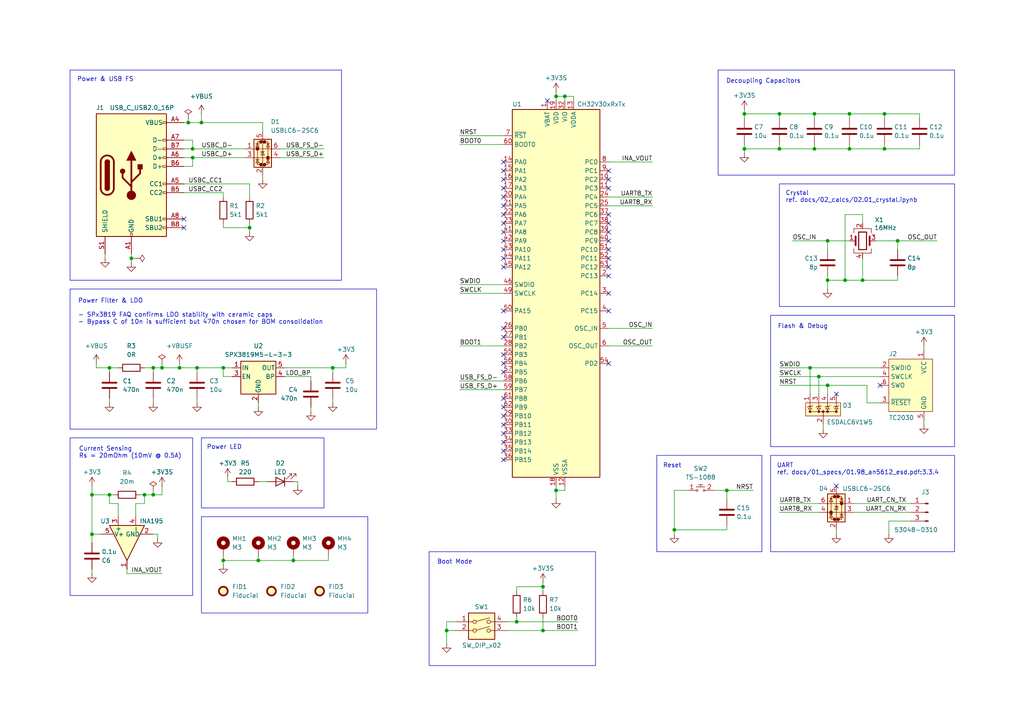
<source format=kicad_sch>
(kicad_sch (version 20250114) (generator "eeschema") (generator_version "9.0")
  (paper "A4")
  (title_block (title "CH32 Baseboard") (date "2025-11-09") (rev "A"))
  (rectangle (start 58.42 149.86) (end 106.68 177.8))
  (rectangle (start 223.52 91.44) (end 276.86 129.54))
  (rectangle (start 190.5 132.08) (end 220.98 160.02))
  (rectangle (start 223.52 132.08) (end 276.86 160.02))
  (rectangle (start 20.32 83.82) (end 109.22 124.46))
  (rectangle (start 20.32 127) (end 55.88 172.72))
  (rectangle (start 20.32 20.32) (end 99.06 81.28))
  (rectangle (start 208.28 20.32) (end 276.86 50.8))
  (rectangle (start 124.46 160.02) (end 172.72 193.04))
  (rectangle (start 226.06 53.34) (end 276.86 88.9))
  (rectangle (start 58.42 127) (end 93.98 147.32))
  (text "UART\nref. docs/01_specs/01.98_an5612_esd.pdf:3.3.4" (at 225.298 134.366 0) (effects (font (size 1.27 1.27)) (justify left top)))
  (text "Current Sensing\nRs = 20mOhm (10mV @ 0.5A)" (at 22.86 129.54 0) (effects (font (size 1.27 1.27)) (justify left top)))
  (text "Reset" (at 192.278 134.366 0) (effects (font (size 1.27 1.27)) (justify left top)))
  (text "Crystal\nref. docs/02_calcs/02.01_crystal.ipynb" (at 227.838 55.372 0) (effects (font (size 1.27 1.27)) (justify left top)))
  (text "Power & USB FS" (at 22.352 22.352 0) (effects (font (size 1.27 1.27)) (justify left top)))
  (text "Decoupling Capacitors" (at 210.566 22.86 0) (effects (font (size 1.27 1.27)) (justify left top)))
  (text "Power LED" (at 59.944 129.032 0) (effects (font (size 1.27 1.27)) (justify left top)))
  (text "Boot Mode" (at 126.746 162.306 0) (effects (font (size 1.27 1.27)) (justify left top)))
  (text "Flash & Debug" (at 225.552 93.98 0) (effects (font (size 1.27 1.27)) (justify left top)))
  (text "Power Filter & LDO\n\n- SPx3819 FAQ confirms LDO stability with ceramic caps\n- Bypass C of 10n is sufficient but 470n chosen for BOM consolidation" (at 22.606 86.614 0) (effects (font (size 1.27 1.27)) (justify left top)))
  (junction (at 246.38 33.02))
  (junction (at 240.03 81.28))
  (junction (at 240.03 111.76))
  (junction (at 256.54 43.18))
  (junction (at 226.06 33.02))
  (junction (at 64.77 162.56))
  (junction (at 129.54 182.88))
  (junction (at 236.22 43.18))
  (junction (at 256.54 33.02))
  (junction (at 85.09 162.56))
  (junction (at 44.45 143.51))
  (junction (at 234.95 106.68))
  (junction (at 31.75 143.51))
  (junction (at 31.75 106.68))
  (junction (at 240.03 69.85))
  (junction (at 149.86 180.34))
  (junction (at 237.49 109.22))
  (junction (at 44.45 106.68))
  (junction (at 41.91 143.51))
  (junction (at 64.77 106.68))
  (junction (at 226.06 43.18))
  (junction (at 58.42 35.56))
  (junction (at 161.29 27.94))
  (junction (at 163.83 27.94))
  (junction (at 215.9 33.02))
  (junction (at 74.93 162.56))
  (junction (at 260.35 69.85))
  (junction (at 38.1 74.93))
  (junction (at 210.82 142.24))
  (junction (at 161.29 142.24))
  (junction (at 157.48 182.88))
  (junction (at 246.38 43.18))
  (junction (at 157.48 170.18))
  (junction (at 54.61 35.56))
  (junction (at 46.99 106.68))
  (junction (at 57.15 106.68))
  (junction (at 236.22 33.02))
  (junction (at 250.19 81.28))
  (junction (at 72.39 66.04))
  (junction (at 195.58 153.67))
  (junction (at 52.07 106.68))
  (junction (at 26.67 143.51))
  (junction (at 26.67 154.94))
  (junction (at 245.11 81.28))
  (junction (at 215.9 43.18))
  (junction (at 55.88 45.72))
  (junction (at 96.52 106.68))
  (junction (at 55.88 43.18))
  (no_connect (at 53.34 66.04))
  (no_connect (at 176.53 54.61))
  (no_connect (at 176.53 67.31))
  (no_connect (at 158.75 29.21))
  (no_connect (at 146.05 107.95))
  (no_connect (at 146.05 105.41))
  (no_connect (at 176.53 72.39))
  (no_connect (at 176.53 90.17))
  (no_connect (at 176.53 69.85))
  (no_connect (at 176.53 105.41))
  (no_connect (at 146.05 67.31))
  (no_connect (at 146.05 57.15))
  (no_connect (at 146.05 120.65))
  (no_connect (at 242.57 114.3))
  (no_connect (at 146.05 133.35))
  (no_connect (at 146.05 123.19))
  (no_connect (at 146.05 128.27))
  (no_connect (at 242.57 140.97))
  (no_connect (at 146.05 49.53))
  (no_connect (at 146.05 102.87))
  (no_connect (at 146.05 62.23))
  (no_connect (at 53.34 63.5))
  (no_connect (at 146.05 118.11))
  (no_connect (at 255.27 111.76))
  (no_connect (at 176.53 74.93))
  (no_connect (at 146.05 77.47))
  (no_connect (at 146.05 69.85))
  (no_connect (at 176.53 77.47))
  (no_connect (at 146.05 59.69))
  (no_connect (at 146.05 64.77))
  (no_connect (at 146.05 125.73))
  (no_connect (at 176.53 80.01))
  (no_connect (at 146.05 74.93))
  (no_connect (at 146.05 130.81))
  (no_connect (at 146.05 72.39))
  (no_connect (at 176.53 85.09))
  (no_connect (at 146.05 95.25))
  (no_connect (at 146.05 90.17))
  (no_connect (at 146.05 97.79))
  (no_connect (at 146.05 52.07))
  (no_connect (at 176.53 62.23))
  (no_connect (at 176.53 49.53))
  (no_connect (at 176.53 52.07))
  (no_connect (at 146.05 46.99))
  (no_connect (at 176.53 64.77))
  (no_connect (at 146.05 54.61))
  (no_connect (at 146.05 115.57))
  (wire (pts (xy 39.37 149.86) (xy 39.37 146.05)))
  (wire (pts (xy 100.33 105.41) (xy 100.33 106.68)))
  (wire (pts (xy 31.75 106.68) (xy 31.75 107.95)))
  (wire (pts (xy 82.55 106.68) (xy 96.52 106.68)))
  (wire (pts (xy 260.35 69.85) (xy 271.78 69.85)))
  (wire (pts (xy 266.7 41.91) (xy 266.7 43.18)))
  (wire (pts (xy 54.61 35.56) (xy 58.42 35.56)))
  (wire (pts (xy 55.88 40.64) (xy 55.88 43.18)))
  (wire (pts (xy 38.1 74.93) (xy 38.1 76.2)))
  (wire (pts (xy 237.49 109.22) (xy 237.49 114.3)))
  (wire (pts (xy 41.91 143.51) (xy 44.45 143.51)))
  (wire (pts (xy 161.29 140.97) (xy 161.29 142.24)))
  (wire (pts (xy 72.39 66.04) (xy 72.39 67.31)))
  (wire (pts (xy 90.17 109.22) (xy 90.17 110.49)))
  (wire (pts (xy 64.77 161.29) (xy 64.77 162.56)))
  (wire (pts (xy 236.22 43.18) (xy 226.06 43.18)))
  (wire (pts (xy 76.2 38.1) (xy 76.2 35.56)))
  (wire (pts (xy 149.86 171.45) (xy 149.86 170.18)))
  (wire (pts (xy 215.9 31.75) (xy 215.9 33.02)))
  (wire (pts (xy 46.99 143.51) (xy 46.99 140.97)))
  (wire (pts (xy 96.52 106.68) (xy 100.33 106.68)))
  (wire (pts (xy 267.97 100.33) (xy 267.97 101.6)))
  (wire (pts (xy 256.54 41.91) (xy 256.54 43.18)))
  (wire (pts (xy 34.29 146.05) (xy 31.75 146.05)))
  (wire (pts (xy 166.37 27.94) (xy 163.83 27.94)))
  (wire (pts (xy 147.32 182.88) (xy 157.48 182.88)))
  (wire (pts (xy 236.22 41.91) (xy 236.22 43.18)))
  (wire (pts (xy 86.36 139.7) (xy 86.36 140.97)))
  (wire (pts (xy 267.97 121.92) (xy 267.97 123.19)))
  (wire (pts (xy 195.58 142.24) (xy 199.39 142.24)))
  (wire (pts (xy 58.42 33.02) (xy 58.42 35.56)))
  (wire (pts (xy 234.95 106.68) (xy 234.95 114.3)))
  (wire (pts (xy 247.65 148.59) (xy 264.16 148.59)))
  (wire (pts (xy 129.54 180.34) (xy 129.54 182.88)))
  (wire (pts (xy 226.06 33.02) (xy 215.9 33.02)))
  (wire (pts (xy 161.29 27.94) (xy 161.29 29.21)))
  (wire (pts (xy 163.83 27.94) (xy 161.29 27.94)))
  (wire (pts (xy 133.35 113.03) (xy 146.05 113.03)))
  (wire (pts (xy 53.34 40.64) (xy 55.88 40.64)))
  (wire (pts (xy 215.9 43.18) (xy 226.06 43.18)))
  (wire (pts (xy 157.48 168.91) (xy 157.48 170.18)))
  (wire (pts (xy 247.65 146.05) (xy 264.16 146.05)))
  (wire (pts (xy 64.77 55.88) (xy 64.77 57.15)))
  (wire (pts (xy 226.06 146.05) (xy 237.49 146.05)))
  (wire (pts (xy 256.54 34.29) (xy 256.54 33.02)))
  (wire (pts (xy 132.08 180.34) (xy 129.54 180.34)))
  (wire (pts (xy 39.37 146.05) (xy 41.91 146.05)))
  (wire (pts (xy 210.82 144.78) (xy 210.82 142.24)))
  (wire (pts (xy 256.54 33.02) (xy 246.38 33.02)))
  (wire (pts (xy 240.03 69.85) (xy 246.38 69.85)))
  (wire (pts (xy 44.45 143.51) (xy 46.99 143.51)))
  (wire (pts (xy 250.19 62.23) (xy 245.11 62.23)))
  (wire (pts (xy 251.46 111.76) (xy 251.46 116.84)))
  (wire (pts (xy 149.86 170.18) (xy 157.48 170.18)))
  (wire (pts (xy 67.31 139.7) (xy 66.04 139.7)))
  (wire (pts (xy 226.06 33.02) (xy 226.06 34.29)))
  (wire (pts (xy 64.77 64.77) (xy 64.77 66.04)))
  (wire (pts (xy 149.86 180.34) (xy 167.64 180.34)))
  (wire (pts (xy 82.55 109.22) (xy 90.17 109.22)))
  (wire (pts (xy 66.04 139.7) (xy 66.04 138.43)))
  (wire (pts (xy 81.28 45.72) (xy 93.98 45.72)))
  (wire (pts (xy 133.35 100.33) (xy 146.05 100.33)))
  (wire (pts (xy 133.35 39.37) (xy 146.05 39.37)))
  (wire (pts (xy 46.99 106.68) (xy 52.07 106.68)))
  (wire (pts (xy 237.49 109.22) (xy 255.27 109.22)))
  (wire (pts (xy 30.48 73.66) (xy 30.48 74.93)))
  (wire (pts (xy 26.67 157.48) (xy 26.67 154.94)))
  (wire (pts (xy 41.91 146.05) (xy 41.91 143.51)))
  (wire (pts (xy 133.35 41.91) (xy 146.05 41.91)))
  (wire (pts (xy 215.9 41.91) (xy 215.9 43.18)))
  (wire (pts (xy 85.09 161.29) (xy 85.09 162.56)))
  (wire (pts (xy 251.46 116.84) (xy 255.27 116.84)))
  (wire (pts (xy 240.03 69.85) (xy 240.03 72.39)))
  (wire (pts (xy 31.75 115.57) (xy 31.75 116.84)))
  (wire (pts (xy 74.93 139.7) (xy 77.47 139.7)))
  (wire (pts (xy 149.86 180.34) (xy 147.32 180.34)))
  (wire (pts (xy 250.19 81.28) (xy 245.11 81.28)))
  (wire (pts (xy 46.99 105.41) (xy 46.99 106.68)))
  (wire (pts (xy 250.19 74.93) (xy 250.19 81.28)))
  (wire (pts (xy 31.75 146.05) (xy 31.75 143.51)))
  (wire (pts (xy 96.52 106.68) (xy 96.52 107.95)))
  (wire (pts (xy 226.06 111.76) (xy 240.03 111.76)))
  (wire (pts (xy 157.48 182.88) (xy 167.64 182.88)))
  (wire (pts (xy 163.83 29.21) (xy 163.83 27.94)))
  (wire (pts (xy 64.77 66.04) (xy 72.39 66.04)))
  (wire (pts (xy 53.34 48.26) (xy 55.88 48.26)))
  (wire (pts (xy 257.81 151.13) (xy 264.16 151.13)))
  (wire (pts (xy 210.82 142.24) (xy 218.44 142.24)))
  (wire (pts (xy 57.15 106.68) (xy 64.77 106.68)))
  (wire (pts (xy 133.35 85.09) (xy 146.05 85.09)))
  (wire (pts (xy 176.53 100.33) (xy 189.23 100.33)))
  (wire (pts (xy 240.03 81.28) (xy 240.03 83.82)))
  (wire (pts (xy 207.01 142.24) (xy 210.82 142.24)))
  (wire (pts (xy 44.45 106.68) (xy 44.45 107.95)))
  (wire (pts (xy 240.03 111.76) (xy 251.46 111.76)))
  (wire (pts (xy 240.03 80.01) (xy 240.03 81.28)))
  (wire (pts (xy 74.93 161.29) (xy 74.93 162.56)))
  (wire (pts (xy 129.54 182.88) (xy 132.08 182.88)))
  (wire (pts (xy 95.25 161.29) (xy 95.25 162.56)))
  (wire (pts (xy 245.11 62.23) (xy 245.11 81.28)))
  (wire (pts (xy 157.48 170.18) (xy 157.48 171.45)))
  (wire (pts (xy 34.29 149.86) (xy 34.29 146.05)))
  (wire (pts (xy 36.83 166.37) (xy 46.99 166.37)))
  (wire (pts (xy 229.87 69.85) (xy 240.03 69.85)))
  (wire (pts (xy 55.88 48.26) (xy 55.88 45.72)))
  (wire (pts (xy 266.7 43.18) (xy 256.54 43.18)))
  (wire (pts (xy 176.53 57.15) (xy 189.23 57.15)))
  (wire (pts (xy 260.35 81.28) (xy 250.19 81.28)))
  (wire (pts (xy 246.38 34.29) (xy 246.38 33.02)))
  (wire (pts (xy 26.67 154.94) (xy 29.21 154.94)))
  (wire (pts (xy 246.38 43.18) (xy 236.22 43.18)))
  (wire (pts (xy 64.77 109.22) (xy 64.77 106.68)))
  (wire (pts (xy 250.19 64.77) (xy 250.19 62.23)))
  (wire (pts (xy 176.53 59.69) (xy 189.23 59.69)))
  (wire (pts (xy 27.94 106.68) (xy 31.75 106.68)))
  (wire (pts (xy 85.09 162.56) (xy 95.25 162.56)))
  (wire (pts (xy 52.07 106.68) (xy 57.15 106.68)))
  (wire (pts (xy 215.9 43.18) (xy 215.9 44.45)))
  (wire (pts (xy 238.76 123.19) (xy 238.76 124.46)))
  (wire (pts (xy 133.35 82.55) (xy 146.05 82.55)))
  (wire (pts (xy 246.38 41.91) (xy 246.38 43.18)))
  (wire (pts (xy 38.1 74.93) (xy 39.37 74.93)))
  (wire (pts (xy 176.53 46.99) (xy 189.23 46.99)))
  (wire (pts (xy 234.95 106.68) (xy 255.27 106.68)))
  (wire (pts (xy 40.64 143.51) (xy 41.91 143.51)))
  (wire (pts (xy 44.45 106.68) (xy 46.99 106.68)))
  (wire (pts (xy 226.06 106.68) (xy 234.95 106.68)))
  (wire (pts (xy 44.45 115.57) (xy 44.45 116.84)))
  (wire (pts (xy 55.88 45.72) (xy 71.12 45.72)))
  (wire (pts (xy 226.06 109.22) (xy 237.49 109.22)))
  (wire (pts (xy 157.48 182.88) (xy 157.48 179.07)))
  (wire (pts (xy 85.09 139.7) (xy 86.36 139.7)))
  (wire (pts (xy 27.94 105.41) (xy 27.94 106.68)))
  (wire (pts (xy 161.29 142.24) (xy 161.29 144.78)))
  (wire (pts (xy 64.77 106.68) (xy 67.31 106.68)))
  (wire (pts (xy 64.77 162.56) (xy 64.77 163.83)))
  (wire (pts (xy 195.58 153.67) (xy 210.82 153.67)))
  (wire (pts (xy 57.15 107.95) (xy 57.15 106.68)))
  (wire (pts (xy 26.67 143.51) (xy 31.75 143.51)))
  (wire (pts (xy 44.45 154.94) (xy 45.72 154.94)))
  (wire (pts (xy 57.15 115.57) (xy 57.15 116.84)))
  (wire (pts (xy 260.35 69.85) (xy 260.35 72.39)))
  (wire (pts (xy 242.57 153.67) (xy 242.57 154.94)))
  (wire (pts (xy 53.34 55.88) (xy 64.77 55.88)))
  (wire (pts (xy 245.11 81.28) (xy 240.03 81.28)))
  (wire (pts (xy 74.93 116.84) (xy 74.93 118.11)))
  (wire (pts (xy 260.35 80.01) (xy 260.35 81.28)))
  (wire (pts (xy 163.83 142.24) (xy 161.29 142.24)))
  (wire (pts (xy 240.03 111.76) (xy 240.03 114.3)))
  (wire (pts (xy 55.88 43.18) (xy 71.12 43.18)))
  (wire (pts (xy 74.93 162.56) (xy 85.09 162.56)))
  (wire (pts (xy 41.91 106.68) (xy 44.45 106.68)))
  (wire (pts (xy 166.37 29.21) (xy 166.37 27.94)))
  (wire (pts (xy 38.1 73.66) (xy 38.1 74.93)))
  (wire (pts (xy 52.07 105.41) (xy 52.07 106.68)))
  (wire (pts (xy 55.88 45.72) (xy 53.34 45.72)))
  (wire (pts (xy 215.9 33.02) (xy 215.9 34.29)))
  (wire (pts (xy 64.77 162.56) (xy 74.93 162.56)))
  (wire (pts (xy 36.83 165.1) (xy 36.83 166.37)))
  (wire (pts (xy 246.38 33.02) (xy 236.22 33.02)))
  (wire (pts (xy 266.7 33.02) (xy 256.54 33.02)))
  (wire (pts (xy 54.61 34.29) (xy 54.61 35.56)))
  (wire (pts (xy 133.35 110.49) (xy 146.05 110.49)))
  (wire (pts (xy 45.72 154.94) (xy 45.72 156.21)))
  (wire (pts (xy 90.17 118.11) (xy 90.17 119.38)))
  (wire (pts (xy 149.86 179.07) (xy 149.86 180.34)))
  (wire (pts (xy 44.45 142.24) (xy 44.45 143.51)))
  (wire (pts (xy 257.81 154.94) (xy 257.81 151.13)))
  (wire (pts (xy 53.34 53.34) (xy 72.39 53.34)))
  (wire (pts (xy 129.54 186.69) (xy 129.54 182.88)))
  (wire (pts (xy 195.58 142.24) (xy 195.58 153.67)))
  (wire (pts (xy 67.31 109.22) (xy 64.77 109.22)))
  (wire (pts (xy 226.06 41.91) (xy 226.06 43.18)))
  (wire (pts (xy 195.58 153.67) (xy 195.58 154.94)))
  (wire (pts (xy 76.2 50.8) (xy 76.2 52.07)))
  (wire (pts (xy 55.88 43.18) (xy 53.34 43.18)))
  (wire (pts (xy 236.22 33.02) (xy 226.06 33.02)))
  (wire (pts (xy 26.67 165.1) (xy 26.67 166.37)))
  (wire (pts (xy 81.28 43.18) (xy 93.98 43.18)))
  (wire (pts (xy 26.67 143.51) (xy 26.67 154.94)))
  (wire (pts (xy 236.22 34.29) (xy 236.22 33.02)))
  (wire (pts (xy 266.7 34.29) (xy 266.7 33.02)))
  (wire (pts (xy 163.83 140.97) (xy 163.83 142.24)))
  (wire (pts (xy 161.29 26.67) (xy 161.29 27.94)))
  (wire (pts (xy 260.35 69.85) (xy 254 69.85)))
  (wire (pts (xy 26.67 140.97) (xy 26.67 143.51)))
  (wire (pts (xy 58.42 35.56) (xy 76.2 35.56)))
  (wire (pts (xy 72.39 53.34) (xy 72.39 57.15)))
  (wire (pts (xy 96.52 115.57) (xy 96.52 116.84)))
  (wire (pts (xy 226.06 148.59) (xy 237.49 148.59)))
  (wire (pts (xy 53.34 35.56) (xy 54.61 35.56)))
  (wire (pts (xy 34.29 106.68) (xy 31.75 106.68)))
  (wire (pts (xy 31.75 143.51) (xy 33.02 143.51)))
  (wire (pts (xy 256.54 43.18) (xy 246.38 43.18)))
  (wire (pts (xy 210.82 153.67) (xy 210.82 152.4)))
  (wire (pts (xy 176.53 95.25) (xy 189.23 95.25)))
  (wire (pts (xy 72.39 64.77) (xy 72.39 66.04)))
  (label "UART8_RX" (at 189.23 59.69 180))
  (label "USBC_D+" (at 58.42 45.72 0))
  (label "BOOT1" (at 167.64 182.88 180))
  (label "OSC_IN" (at 189.23 95.25 180))
  (label "UART_CN_RX" (at 262.89 148.59 180))
  (label "UART8_RX" (at 226.06 148.59 0))
  (label "USB_FS_D+" (at 133.35 113.03 0))
  (label "LDO_BP" (at 90.17 109.22 180))
  (label "USBC_CC2" (at 54.61 55.88 0))
  (label "UART8_TX" (at 226.06 146.05 0))
  (label "USB_FS_D+" (at 93.98 45.72 180))
  (label "NRST" (at 218.44 142.24 180))
  (label "BOOT0" (at 167.64 180.34 180))
  (label "UART8_TX" (at 189.23 57.15 180))
  (label "OSC_IN" (at 229.87 69.85 0))
  (label "USB_FS_D-" (at 133.35 110.49 0))
  (label "INA_VOUT" (at 46.99 166.37 180))
  (label "SWCLK" (at 226.06 109.22 0))
  (label "NRST" (at 226.06 111.76 0))
  (label "USBC_D-" (at 58.42 43.18 0))
  (label "SWDIO" (at 133.35 82.55 0))
  (label "INA_VOUT" (at 189.23 46.99 180))
  (label "SWDIO" (at 226.06 106.68 0))
  (label "USB_FS_D-" (at 93.98 43.18 180))
  (label "BOOT1" (at 133.35 100.33 0))
  (label "USBC_CC1" (at 54.61 53.34 0))
  (label "UART_CN_TX" (at 262.89 146.05 180))
  (label "SWCLK" (at 133.35 85.09 0))
  (label "OSC_OUT" (at 271.78 69.85 180))
  (label "NRST" (at 133.35 39.37 0))
  (label "BOOT0" (at 133.35 41.91 0))
  (label "OSC_OUT" (at 189.23 100.33 180))
  (symbol (lib_id "power:GND") (at 240.03 83.82 0) (unit 1)
    (property "Reference" "#PWR08" (effects (hide yes)))
    (property "Value" "GND" (effects (hide yes)))
    (property "Description" "Power symbol creates a global label with name \"GND\" , ground" (effects (hide yes)))
  )
  (symbol (lib_id "power:GND") (at 72.39 67.31 0) (mirror y) (unit 1)
    (property "Reference" "#PWR023" (effects (hide yes)))
    (property "Value" "GND" (effects (hide yes)))
    (property "Description" "Power symbol creates a global label with name \"GND\" , ground" (effects (hide yes)))
  )
  (symbol (lib_id "power:+3V3") (at 100.33 105.41 0) (unit 1)
    (property "Reference" "#PWR018" (effects (hide yes)))
    (property "Value" "+3V3" (at 100.33 101.346 0))
    (property "Description" "Power symbol creates a global label with name \"+3V3\"" (effects (hide yes)))
  )
  (symbol (lib_id "Device:C") (at 90.17 114.3 0) (mirror y) (unit 1)
    (property "Reference" "C4" (at 86.36 113.0299 0) (effects (justify left)))
    (property "Value" "470n" (at 86.36 115.5699 0) (effects (justify left)))
    (property "Footprint" "Capacitor_SMD:C_0603_1608Metric" (effects (hide yes)))
    (property "Datasheet" "https://jlcpcb.com/api/file/downloadByFileSystemAccessId/8579707013305327616" (effects (hide yes)))
    (property "Description" "25V 470nF X7R ±10% 0603 Multilayer Ceramic Capacitors MLCC - SMD/SMT ROHS" (effects (hide yes)))
    (property "Manufacturer" "Samsung Electro-Mechanics" (effects (hide yes)))
    (property "Manufacturer Part Number" "CL10B474KA8NNNC" (effects (hide yes)))
  )
  (symbol (lib_id "power:GND") (at 76.2 52.07 0) (mirror y) (unit 1)
    (property "Reference" "#PWR09" (effects (hide yes)))
    (property "Value" "GND" (effects (hide yes)))
    (property "Description" "Power symbol creates a global label with name \"GND\" , ground" (effects (hide yes)))
  )
  (symbol (lib_id "power:GND") (at 74.93 118.11 0) (unit 1)
    (property "Reference" "#PWR016" (effects (hide yes)))
    (property "Value" "GND" (effects (hide yes)))
    (property "Description" "Power symbol creates a global label with name \"GND\" , ground" (effects (hide yes)))
  )
  (symbol (lib_id "Connector:Conn_01x03_Pin") (at 269.24 148.59 0) (mirror y) (unit 1)
    (property "Reference" "J3" (at 267.208 142.748 0) (effects (justify right)))
    (property "Value" "53048-0310" (at 259.334 153.67 0) (effects (justify right)))
    (property "Footprint" "Connector_Molex:Molex_PicoBlade_53048-0310_1x03_P1.25mm_Horizontal" (effects (hide yes)))
    (property "Description" "-40℃~+85℃ 1 1.25mm 125V 1A 1x3P 3 3.5mm 3P 5.5mm 5.5mm PA Phosphor Bronze PicoBlade(MX 1.25) Right Angle Tin UL94V-0 White Push-Pull,P=1.25mm Wire To Board Connector ROHS" (effects (hide yes)))
    (property "Manufacturer" "MOLEX" (effects (hide yes)))
    (property "JLCPCB Part Number" "530480310" (effects (hide yes)))
  )
  (symbol (lib_id "Device:C") (at 236.22 38.1 0) (unit 1)
    (property "Reference" "C9" (at 239.014 36.83 0) (effects (justify left)))
    (property "Value" "0.1u" (at 239.014 39.37 0) (effects (justify left)))
    (property "Footprint" "Capacitor_SMD:C_0402_1005Metric" (effects (hide yes)))
    (property "Description" "100nF 16V X7R ±10% 0402 Multilayer Ceramic Capacitors MLCC - SMD/SMT ROHS" (effects (hide yes)))
    (property "Manufacturer" "Samsung" (effects (hide yes)))
    (property "Manufacturer Part Number" "CL05B104KO5NNNC" (effects (hide yes)))
  )
  (symbol (lib_id "Device:C") (at 96.52 111.76 0) (unit 1)
    (property "Reference" "C5" (at 100.076 110.49 0) (effects (justify left)))
    (property "Value" "10u" (at 100.076 113.03 0) (effects (justify left)))
    (property "Footprint" "Capacitor_SMD:C_0805_2012Metric" (effects (hide yes)))
    (property "Description" "10uF 25V X5R ±10% 0805 Multilayer Ceramic Capacitors MLCC - SMD/SMT ROHS" (effects (hide yes)))
    (property "Manufacturer" "Samsung" (effects (hide yes)))
    (property "Manufacturer Part Number" "CL21A106KAYNNNE" (effects (hide yes)))
  )
  (symbol (lib_id "power:GND") (at 86.36 140.97 0) (unit 1)
    (property "Reference" "#PWR033" (effects (hide yes)))
    (property "Value" "GND" (effects (hide yes)))
    (property "Description" "Power symbol creates a global label with name \"GND\" , ground" (effects (hide yes)))
  )
  (symbol (lib_id "power:GND") (at 238.76 124.46 0) (mirror y) (unit 1)
    (property "Reference" "#PWR026" (effects (hide yes)))
    (property "Value" "GND" (effects (hide yes)))
    (property "Description" "Power symbol creates a global label with name \"GND\" , ground" (effects (hide yes)))
  )
  (symbol (lib_id "Device:C") (at 26.67 161.29 0) (mirror x) (unit 1)
    (property "Reference" "C6" (at 29.464 162.56 0) (effects (justify left)))
    (property "Value" "0.1u" (at 29.464 160.02 0) (effects (justify left)))
    (property "Footprint" "Capacitor_SMD:C_0402_1005Metric" (effects (hide yes)))
    (property "Description" "100nF 16V X7R ±10% 0402 Multilayer Ceramic Capacitors MLCC - SMD/SMT ROHS" (effects (hide yes)))
    (property "Manufacturer" "Samsung" (effects (hide yes)))
    (property "Manufacturer Part Number" "CL05B104KO5NNNC" (effects (hide yes)))
  )
  (symbol (lib_id "ch32-baseboard-lib:ESDALC6V1W5") (at 233.68 116.84 0) (unit 1)
    (property "Reference" "D3" (at 244.348 117.602 0) (effects (justify left)))
    (property "Value" "ESDALC6V1W5" (at 239.776 122.428 0) (effects (justify left)))
    (property "Footprint" "ch32-baseboard-lib:SOT323-5L-STM" (effects (hide yes)))
    (property "Datasheet" "https://www.st.com/resource/en/datasheet/esdalc6v1w.pdf" (effects (hide yes)))
    (property "Description" "Quad TRANSIL™ array for data protection" (effects (hide yes)))
    (property "Manufacturer" "STMicroelectronics" (effects (hide yes)))
    (property "Manufacturer Part Number" "ESDALC6V1W5" (effects (hide yes)))
  )
  (symbol (lib_id "power:+3V3") (at 157.48 168.91 0) (unit 1)
    (property "Reference" "#PWR07" (effects (hide yes)))
    (property "Value" "+3V3S" (at 157.48 164.846 0))
    (property "Description" "Power symbol creates a global label with name \"+3V3\"" (effects (hide yes)))
  )
  (symbol (lib_id "Power_Protection:USBLC6-2SC6") (at 76.2 43.18 0) (unit 1)
    (property "Reference" "D1" (at 78.486 35.306 0) (effects (justify left)))
    (property "Value" "USBLC6-2SC6" (at 78.486 37.846 0) (effects (justify left)))
    (property "Footprint" "Package_TO_SOT_SMD:SOT-23-6" (effects (hide yes)))
    (property "Datasheet" "https://www.st.com/resource/en/datasheet/usblc6-2.pdf" (effects (hide yes)))
    (property "Description" "Very low capacitance ESD protection diode, 2 data-line, SOT-23-6" (effects (hide yes)))
  )
  (symbol (lib_id "Power_Protection:USBLC6-2SC6") (at 242.57 146.05 0) (mirror y) (unit 1)
    (property "Reference" "D4" (at 237.49 141.732 0) (effects (justify right)))
    (property "Value" "USBLC6-2SC6" (at 244.348 141.732 0) (effects (justify right)))
    (property "Footprint" "Package_TO_SOT_SMD:SOT-23-6" (effects (hide yes)))
    (property "Datasheet" "https://www.st.com/resource/en/datasheet/usblc6-2.pdf" (effects (hide yes)))
    (property "Description" "Very low capacitance ESD protection diode, 2 data-line, SOT-23-6" (effects (hide yes)))
  )
  (symbol (lib_id "power:GND") (at 195.58 154.94 0) (unit 1)
    (property "Reference" "#PWR05" (effects (hide yes)))
    (property "Value" "GND" (effects (hide yes)))
    (property "Description" "Power symbol creates a global label with name \"GND\" , ground" (effects (hide yes)))
  )
  (symbol (lib_id "power:GND") (at 161.29 144.78 0) (unit 1)
    (property "Reference" "#PWR01" (effects (hide yes)))
    (property "Value" "GND" (effects (hide yes)))
    (property "Description" "Power symbol creates a global label with name \"GND\" , ground" (effects (hide yes)))
  )
  (symbol (lib_id "Device:C") (at 246.38 38.1 0) (unit 1)
    (property "Reference" "C10" (at 249.174 36.83 0) (effects (justify left)))
    (property "Value" "0.1u" (at 249.174 39.37 0) (effects (justify left)))
    (property "Footprint" "Capacitor_SMD:C_0402_1005Metric" (effects (hide yes)))
    (property "Description" "100nF 16V X7R ±10% 0402 Multilayer Ceramic Capacitors MLCC - SMD/SMT ROHS" (effects (hide yes)))
    (property "Manufacturer" "Samsung" (effects (hide yes)))
    (property "Manufacturer Part Number" "CL05B104KO5NNNC" (effects (hide yes)))
  )
  (symbol (lib_id "Device:R") (at 149.86 175.26 0) (unit 1)
    (property "Reference" "R6" (at 151.638 173.99 0) (effects (justify left)))
    (property "Value" "10k" (at 151.638 176.53 0) (effects (justify left)))
    (property "Footprint" "Resistor_SMD:R_0603_1608Metric" (effects (hide yes)))
    (property "Datasheet" "https://jlcpcb.com/api/file/downloadByFileSystemAccessId/8579706381320323072" (effects (hide yes)))
    (property "Description" "-55℃~+155℃ 100mW 10kΩ 75V Thick Film Resistor ±1% ±100ppm/℃ 0603 Chip Resistor - Surface Mount ROHS" (effects (hide yes)))
    (property "Manufacturer" "UNI-ROYAL" (effects (hide yes)))
    (property "Manufacturer Part Number" "0603WAF1002T5E" (effects (hide yes)))
  )
  (symbol (lib_id "power:+3V3") (at 46.99 140.97 0) (unit 1)
    (property "Reference" "#PWR032" (effects (hide yes)))
    (property "Value" "+3V3S" (at 46.99 136.906 0))
    (property "Description" "Power symbol creates a global label with name \"+3V3\"" (effects (hide yes)))
  )
  (symbol (lib_id "power:GND") (at 215.9 44.45 0) (unit 1)
    (property "Reference" "#PWR03" (effects (hide yes)))
    (property "Value" "GND" (effects (hide yes)))
    (property "Description" "Power symbol creates a global label with name \"GND\" , ground" (effects (hide yes)))
  )
  (symbol (lib_id "power:GND") (at 96.52 116.84 0) (unit 1)
    (property "Reference" "#PWR015" (effects (hide yes)))
    (property "Value" "GND" (effects (hide yes)))
    (property "Description" "Power symbol creates a global label with name \"GND\" , ground" (effects (hide yes)))
  )
  (symbol (lib_id "power:PWR_FLAG") (at 44.45 142.24 0) (unit 1)
    (property "Reference" "#FLG04" (effects (hide yes)))
    (property "Value" "PWR_FLAG" (effects (hide yes)))
    (property "Description" "Special symbol for telling ERC where power comes from" (effects (hide yes)))
  )
  (symbol (lib_id "Connector:Conn_ARM_SWD_TagConnect_TC2030") (at 265.43 111.76 0) (mirror y) (unit 1) (in_bom no)
    (property "Reference" "J2" (at 257.81 102.616 0) (effects (justify right)))
    (property "Value" "TC2030" (at 257.81 121.158 0) (effects (justify right)))
    (property "Footprint" "Connector:Tag-Connect_TC2030-IDC-FP_2x03_P1.27mm_Vertical" (effects (hide yes)))
    (property "Datasheet" "https://www.tag-connect.com/wp-content/uploads/bsk-pdf-manager/TC2030-CTX_1.pdf" (effects (hide yes)))
    (property "Description" "Tag-Connect ARM Cortex SWD JTAG connector, 6 pin" (effects (hide yes)))
  )
  (symbol (lib_id "Device:Crystal_GND24") (at 250.19 69.85 0) (unit 1)
    (property "Reference" "X1" (at 255.016 63.754 0))
    (property "Value" "16MHz" (at 256.794 66.04 0))
    (property "Footprint" "Crystal:Crystal_SMD_3225-4Pin_3.2x2.5mm" (effects (hide yes)))
    (property "Datasheet" "https://jlcpcb.com/api/file/downloadByFileSystemAccessId/8588879072148017152" (effects (hide yes)))
    (property "Description" "-40℃~+85℃ 16MHz 9pF Crystal Oscillator ±10ppm ±20ppm SMD3225-4P Crystals ROHS" (effects (hide yes)))
    (property "Manufacturer" "YXC Crystal Oscillators" (effects (hide yes)))
    (property "Manufacturer Part Number" "X322516MLB4SI" (effects (hide yes)))
  )
  (symbol (lib_id "Device:C") (at 256.54 38.1 0) (unit 1)
    (property "Reference" "C11" (at 259.334 36.83 0) (effects (justify left)))
    (property "Value" "0.1u" (at 259.334 39.37 0) (effects (justify left)))
    (property "Footprint" "Capacitor_SMD:C_0402_1005Metric" (effects (hide yes)))
    (property "Description" "100nF 16V X7R ±10% 0402 Multilayer Ceramic Capacitors MLCC - SMD/SMT ROHS" (effects (hide yes)))
    (property "Manufacturer" "Samsung" (effects (hide yes)))
    (property "Manufacturer Part Number" "CL05B104KO5NNNC" (effects (hide yes)))
  )
  (symbol (lib_id "power:+3V3") (at 26.67 140.97 0) (unit 1)
    (property "Reference" "#PWR027" (effects (hide yes)))
    (property "Value" "+3V3" (at 26.67 136.906 0))
    (property "Description" "Power symbol creates a global label with name \"+3V3\"" (effects (hide yes)))
  )
  (symbol (lib_id "Mechanical:Fiducial") (at 64.77 171.45 0) (unit 1) (in_bom no)
    (property "Reference" "FID1" (at 67.31 170.1799 0) (effects (justify left)))
    (property "Value" "Fiducial" (at 67.31 172.7199 0) (effects (justify left)))
    (property "Footprint" "Fiducial:Fiducial_1mm_Mask2mm" (effects (hide yes)))
    (property "Description" "Fiducial Marker" (effects (hide yes)))
  )
  (symbol (lib_id "Device:R") (at 38.1 106.68 90) (unit 1)
    (property "Reference" "R3" (at 38.1 100.33 90))
    (property "Value" "0R" (at 38.1 102.87 90))
    (property "Footprint" "Resistor_SMD:R_0805_2012Metric_Pad1.20x1.40mm_HandSolder" (effects (hide yes)))
    (property "Description" "-55℃~+155℃ 0Ω 125mW 150V Thick Film Resistor ±1% ±800ppm/℃ 0805 Chip Resistor - Surface Mount ROHS" (effects (hide yes)))
    (property "Manufacturer" "UNI-ROYAL(Uniroyal Elec)" (effects (hide yes)))
    (property "Manufacturer Part Number" "0805W8F0000T5E" (effects (hide yes)))
  )
  (symbol (lib_id "Device:R") (at 36.83 143.51 90) (unit 1)
    (property "Reference" "R4" (at 36.83 137.16 90))
    (property "Value" "20m" (at 36.83 139.7 90))
    (property "Footprint" "Resistor_SMD:R_1206_3216Metric" (effects (hide yes)))
    (property "Datasheet" "https://jlcpcb.com/api/file/downloadByFileSystemAccessId/8588900428331290624" (effects (hide yes)))
    (property "Description" "1W 20mΩ SMD ±1% ±50ppm/℃ 1206 Current Sense Resistors / Shunt Resistors ROHS" (effects (hide yes)))
    (property "Manufacturer" "RALEC" (effects (hide yes)))
    (property "Manufacturer Part Number" "LR1206-21R020F4" (effects (hide yes)))
  )
  (symbol (lib_id "power:GND") (at 57.15 116.84 0) (unit 1)
    (property "Reference" "#PWR014" (effects (hide yes)))
    (property "Value" "GND" (effects (hide yes)))
    (property "Description" "Power symbol creates a global label with name \"GND\" , ground" (effects (hide yes)))
  )
  (symbol (lib_id "Switch:SW_DIP_x02") (at 139.7 182.88 0) (unit 1)
    (property "Reference" "SW1" (at 139.7 176.022 0))
    (property "Value" "SW_DIP_x02" (at 139.7 187.198 0))
    (property "Footprint" "Button_Switch_SMD:SW_DIP_SPSTx02_Slide_6.7x6.64mm_W8.61mm_P2.54mm_LowProfile" (effects (hide yes)))
    (property "Datasheet" "https://jlcpcb.com/api/file/downloadByFileSystemAccessId/8588886837436305408" (effects (hide yes)))
    (property "Description" "2x DIP Switch, Single Pole Single Throw (SPST) switch, small symbol" (effects (hide yes)))
    (property "Manufacturer" "DongGuan KINGTEK Industrial Co.,LTD" (effects (hide yes)))
    (property "Manufacturer Part Number" "DSIC02LSGET" (effects (hide yes)))
  )
  (symbol (lib_id "Device:LED") (at 81.28 139.7 180) (unit 1)
    (property "Reference" "D2" (at 81.28 134.366 0))
    (property "Value" "LED" (at 81.28 136.906 0))
    (property "Footprint" "LED_SMD:LED_0603_1608Metric" (effects (hide yes)))
    (property "Datasheet" "100mW 120° 2.6V~3.1V 360mcd 5mA Discrete Diode White Yellow Lens op View Mount 0603 LED Indication - Discrete ROHS" (effects (hide yes)))
    (property "Description" "Light emitting diode" (effects (hide yes)))
    (property "Sim.Pins" "1=K 2=A" (effects (hide yes)))
    (property "Manufacturer" " Hubei KENTO Elec" (effects (hide yes)))
    (property "Manufacturer Part Number" "KT-0603W" (effects (hide yes)))
  )
  (symbol (lib_id "Mechanical:MountingHole_Pad") (at 85.09 158.75 0) (unit 1) (in_bom no)
    (property "Reference" "MH3" (at 87.63 156.2099 0) (effects (justify left)))
    (property "Value" "M3" (at 87.63 158.7499 0) (effects (justify left)))
    (property "Footprint" "MountingHole:MountingHole_3.2mm_M3_Pad_Via" (effects (hide yes)))
    (property "Description" "Mounting Hole with connection" (effects (hide yes)))
  )
  (symbol (lib_id "power:PWR_FLAG") (at 39.37 74.93 270) (unit 1)
    (property "Reference" "#FLG02" (effects (hide yes)))
    (property "Value" "PWR_FLAG" (effects (hide yes)))
    (property "Description" "Special symbol for telling ERC where power comes from" (effects (hide yes)))
  )
  (symbol (lib_id "MCU_WCH_RiscV:CH32V30xRxTx") (at 161.29 85.09 0) (unit 1)
    (property "Reference" "U1" (at 148.59 30.226 0) (effects (justify left)))
    (property "Value" "CH32V30xRxTx" (at 167.386 30.226 0) (effects (justify left)))
    (property "Footprint" "Package_QFP:LQFP-64_10x10mm_P0.5mm" (effects (hide yes)))
    (property "Datasheet" "http://www.wch-ic.com/products/CH32V307.html?" (effects (hide yes)))
    (property "Description" "The CH32V303/5/7 is an connectivity MCUs based on 32-bit RISC-V core." (effects (hide yes)))
    (property "JLCPCB" "C2988083" (effects (hide yes)))
  )
  (symbol (lib_id "Device:C") (at 266.7 38.1 0) (unit 1)
    (property "Reference" "C12" (at 269.494 36.83 0) (effects (justify left)))
    (property "Value" "0.1u" (at 269.494 39.37 0) (effects (justify left)))
    (property "Footprint" "Capacitor_SMD:C_0402_1005Metric" (effects (hide yes)))
    (property "Description" "100nF 16V X7R ±10% 0402 Multilayer Ceramic Capacitors MLCC - SMD/SMT ROHS" (effects (hide yes)))
    (property "Manufacturer" "Samsung" (effects (hide yes)))
    (property "Manufacturer Part Number" "CL05B104KO5NNNC" (effects (hide yes)))
  )
  (symbol (lib_id "Connector:USB_C_Receptacle_USB2.0_16P") (at 38.1 50.8 0) (unit 1)
    (property "Reference" "J1" (at 30.226 31.242 0) (effects (justify right)))
    (property "Value" "USB_C_USB2.0_16P" (at 50.546 31.242 0) (effects (justify right)))
    (property "Footprint" "Connector_USB:USB_C_Receptacle_GCT_USB4105-xx-A_16P_TopMnt_Horizontal" (effects (hide yes)))
    (property "Datasheet" "https://jlcpcb.com/api/file/downloadByFileSystemAccessId/8588920841703079936" (effects (hide yes)))
    (property "Description" "USB 2.0-only 16P Type-C Receptacle connector" (effects (hide yes)))
    (property "Manufacturer" "SHOU HAN" (effects (hide yes)))
    (property "Manufacturer Part Number" "TYPE-C 16PIN 2MD(073)" (effects (hide yes)))
    (property "JLCPCB Part Number" "C2765186" (effects (hide yes)))
  )
  (symbol (lib_id "power:+3V3") (at 215.9 31.75 0) (unit 1)
    (property "Reference" "#PWR02" (effects (hide yes)))
    (property "Value" "+3V3S" (at 215.9 27.686 0))
    (property "Description" "Power symbol creates a global label with name \"+3V3\"" (effects (hide yes)))
  )
  (symbol (lib_id "power:+3V3") (at 267.97 100.33 0) (mirror y) (unit 1)
    (property "Reference" "#PWR022" (effects (hide yes)))
    (property "Value" "+3V3" (at 267.97 96.266 0))
    (property "Description" "Power symbol creates a global label with name \"+3V3\"" (effects (hide yes)))
  )
  (symbol (lib_id "Amplifier_Current:INA195") (at 36.83 157.48 90) (mirror x) (unit 1)
    (property "Reference" "U3" (at 30.48 151.13 90))
    (property "Value" "INA195" (at 43.942 151.13 90))
    (property "Footprint" "Package_TO_SOT_SMD:SOT-23-5" (effects (hide yes)))
    (property "Datasheet" "http://www.ti.com/lit/ds/symlink/ina193.pdf" (effects (hide yes)))
    (property "Description" "Current Shunt Monitor −16V to +80V Common-Mode Range, 100V/V, SOT-23-5" (effects (hide yes)))
  )
  (symbol (lib_id "power:PWR_FLAG") (at 54.61 34.29 0) (unit 1)
    (property "Reference" "#FLG01" (effects (hide yes)))
    (property "Value" "PWR_FLAG" (effects (hide yes)))
    (property "Description" "Special symbol for telling ERC where power comes from" (effects (hide yes)))
  )
  (symbol (lib_id "power:GND") (at 257.81 154.94 0) (mirror y) (unit 1)
    (property "Reference" "#PWR031" (effects (hide yes)))
    (property "Value" "GND" (effects (hide yes)))
    (property "Description" "Power symbol creates a global label with name \"GND\" , ground" (effects (hide yes)))
  )
  (symbol (lib_id "power:VBUS") (at 58.42 33.02 0) (mirror y) (unit 1)
    (property "Reference" "#PWR010" (effects (hide yes)))
    (property "Value" "+VBUS" (at 58.42 27.94 0))
    (property "Description" "Power symbol creates a global label with name \"VBUS\"" (effects (hide yes)))
  )
  (symbol (lib_id "Mechanical:Fiducial") (at 78.74 171.45 0) (unit 1) (in_bom no)
    (property "Reference" "FID2" (at 81.28 170.1799 0) (effects (justify left)))
    (property "Value" "Fiducial" (at 81.28 172.7199 0) (effects (justify left)))
    (property "Footprint" "Fiducial:Fiducial_1mm_Mask2mm" (effects (hide yes)))
    (property "Description" "Fiducial Marker" (effects (hide yes)))
  )
  (symbol (lib_id "Device:C") (at 31.75 111.76 0) (unit 1)
    (property "Reference" "C1" (at 35.56 110.4899 0) (effects (justify left)))
    (property "Value" "470n" (at 35.56 113.0299 0) (effects (justify left)))
    (property "Footprint" "Capacitor_SMD:C_0603_1608Metric" (effects (hide yes)))
    (property "Datasheet" "https://jlcpcb.com/api/file/downloadByFileSystemAccessId/8579707013305327616" (effects (hide yes)))
    (property "Description" "25V 470nF X7R ±10% 0603 Multilayer Ceramic Capacitors MLCC - SMD/SMT ROHS" (effects (hide yes)))
    (property "Manufacturer" "Samsung Electro-Mechanics" (effects (hide yes)))
    (property "Manufacturer Part Number" "CL10B474KA8NNNC" (effects (hide yes)))
  )
  (symbol (lib_id "Device:R") (at 72.39 60.96 0) (unit 1)
    (property "Reference" "R2" (at 74.168 59.69 0) (effects (justify left)))
    (property "Value" "5k1" (at 74.168 62.23 0) (effects (justify left)))
    (property "Footprint" "Resistor_SMD:R_0402_1005Metric" (effects (hide yes)))
    (property "Datasheet" "https://jlcpcb.com/api/file/downloadByFileSystemAccessId/8579706381320323072" (effects (hide yes)))
    (property "Description" "-55℃~+155℃ 5.1kΩ 50V 62.5mW Thick Film Resistor ±1% ±100ppm/℃ 0402 Chip Resistor - Surface Mount ROHS Copy" (effects (hide yes)))
    (property "Manufacturer" "UNI-ROYAL" (effects (hide yes)))
    (property "Manufacturer Part Number" "0402WGF5101TCE" (effects (hide yes)))
  )
  (symbol (lib_id "power:GND") (at 129.54 186.69 0) (unit 1)
    (property "Reference" "#PWR06" (effects (hide yes)))
    (property "Value" "GND" (effects (hide yes)))
    (property "Description" "Power symbol creates a global label with name \"GND\" , ground" (effects (hide yes)))
  )
  (symbol (lib_id "power:+3V3") (at 161.29 26.67 0) (unit 1)
    (property "Reference" "#PWR04" (effects (hide yes)))
    (property "Value" "+3V3S" (at 161.29 22.606 0))
    (property "Description" "Power symbol creates a global label with name \"+3V3\"" (effects (hide yes)))
  )
  (symbol (lib_id "ch32-baseboard-lib:TS-1088-AR") (at 203.2 142.24 0) (unit 1)
    (property "Reference" "SW2" (at 203.2 135.89 0))
    (property "Value" "TS-1088" (at 203.2 138.43 0))
    (property "Footprint" "Button_Switch_SMD:SW_SPST_TS-1088-xR020" (effects (hide yes)))
    (property "Datasheet" "https://jlcpcb.com/api/file/downloadByFileSystemAccessId/8588886944068096000" (effects (hide yes)))
    (property "Description" "Black round button SMD SPST surface mount tactile switch" (effects (hide yes)))
    (property "Manufacturer" "XUNPU" (effects (hide yes)))
    (property "Manufacturer Part Number" "TS-1088-AR02016" (effects (hide yes)))
  )
  (symbol (lib_id "Mechanical:MountingHole_Pad") (at 74.93 158.75 0) (unit 1) (in_bom no)
    (property "Reference" "MH2" (at 77.47 156.2099 0) (effects (justify left)))
    (property "Value" "M3" (at 77.47 158.7499 0) (effects (justify left)))
    (property "Footprint" "MountingHole:MountingHole_3.2mm_M3_Pad_Via" (effects (hide yes)))
    (property "Description" "Mounting Hole with connection" (effects (hide yes)))
  )
  (symbol (lib_id "Mechanical:Fiducial") (at 92.71 171.45 0) (unit 1) (in_bom no)
    (property "Reference" "FID3" (at 95.25 170.1799 0) (effects (justify left)))
    (property "Value" "Fiducial" (at 95.25 172.7199 0) (effects (justify left)))
    (property "Footprint" "Fiducial:Fiducial_1mm_Mask2mm" (effects (hide yes)))
    (property "Description" "Fiducial Marker" (effects (hide yes)))
  )
  (symbol (lib_id "Device:R") (at 71.12 139.7 90) (unit 1)
    (property "Reference" "R5" (at 71.12 134.366 90))
    (property "Value" "220" (at 71.12 136.906 90))
    (property "Footprint" "Resistor_SMD:R_0603_1608Metric" (effects (hide yes)))
    (property "Datasheet" "-55℃~+155℃ 100mW 220Ω 75V Thick Film Resistor ±1% ±100ppm/℃ 0603 Chip Resistor - Surface Mount ROHS" (effects (hide yes)))
    (property "Description" "Resistor" (effects (hide yes)))
    (property "Manufacturer" "UNI-ROYAL(Uniroyal Elec)" (effects (hide yes)))
    (property "Manufacturer Part Number" "0603WAF2200T5E" (effects (hide yes)))
  )
  (symbol (lib_id "power:GND") (at 38.1 76.2 0) (mirror y) (unit 1)
    (property "Reference" "#PWR020" (effects (hide yes)))
    (property "Value" "GND" (effects (hide yes)))
    (property "Description" "Power symbol creates a global label with name \"GND\" , ground" (effects (hide yes)))
  )
  (symbol (lib_id "power:GND") (at 44.45 116.84 0) (mirror y) (unit 1)
    (property "Reference" "#PWR013" (effects (hide yes)))
    (property "Value" "GND" (effects (hide yes)))
    (property "Description" "Power symbol creates a global label with name \"GND\" , ground" (effects (hide yes)))
  )
  (symbol (lib_id "power:GND") (at 267.97 123.19 0) (mirror y) (unit 1)
    (property "Reference" "#PWR024" (effects (hide yes)))
    (property "Value" "GND" (effects (hide yes)))
    (property "Description" "Power symbol creates a global label with name \"GND\" , ground" (effects (hide yes)))
  )
  (symbol (lib_id "Regulator_Linear:SPX3819M5-L-3-3") (at 74.93 109.22 0) (unit 1)
    (property "Reference" "U2" (at 74.93 100.33 0))
    (property "Value" "SPX3819M5-L-3-3" (at 74.93 102.87 0))
    (property "Footprint" "Package_TO_SOT_SMD:SOT-23-5" (effects (hide yes)))
    (property "Datasheet" "https://www.maxlinear.com/Document/index?id=22106&languageid=1033&type=Data%20Sheets&partnumber=SPX3819" (effects (hide yes)))
    (property "Description" "500mA Low drop-out regulator, Fixed Output 3.3V, SOT-23-5" (effects (hide yes)))
    (property "Manufacturer" "MaxLinear" (effects (hide yes)))
    (property "Manufacturer Part Number" "SPX3819M5-L-3-3/TR " (effects (hide yes)))
  )
  (symbol (lib_id "power:GND") (at 31.75 116.84 0) (mirror y) (unit 1)
    (property "Reference" "#PWR012" (effects (hide yes)))
    (property "Value" "GND" (effects (hide yes)))
    (property "Description" "Power symbol creates a global label with name \"GND\" , ground" (effects (hide yes)))
  )
  (symbol (lib_id "Device:R") (at 157.48 175.26 0) (unit 1)
    (property "Reference" "R7" (at 159.258 173.99 0) (effects (justify left)))
    (property "Value" "10k" (at 159.258 176.53 0) (effects (justify left)))
    (property "Footprint" "Resistor_SMD:R_0603_1608Metric" (effects (hide yes)))
    (property "Datasheet" "https://jlcpcb.com/api/file/downloadByFileSystemAccessId/8579706381320323072" (effects (hide yes)))
    (property "Description" "-55℃~+155℃ 100mW 10kΩ 75V Thick Film Resistor ±1% ±100ppm/℃ 0603 Chip Resistor - Surface Mount ROHS" (effects (hide yes)))
    (property "Manufacturer" "UNI-ROYAL" (effects (hide yes)))
    (property "Manufacturer Part Number" "0603WAF1002T5E" (effects (hide yes)))
  )
  (symbol (lib_id "power:GND") (at 64.77 163.83 0) (unit 1)
    (property "Reference" "#PWR034" (effects (hide yes)))
    (property "Value" "GND" (effects (hide yes)))
    (property "Description" "Power symbol creates a global label with name \"GND\" , ground" (effects (hide yes)))
  )
  (symbol (lib_id "Device:C") (at 240.03 76.2 0) (mirror y) (unit 1)
    (property "Reference" "C13" (at 237.236 74.93 0) (effects (justify left)))
    (property "Value" "8p" (at 237.236 77.47 0) (effects (justify left)))
    (property "Footprint" "Capacitor_SMD:C_0402_1005Metric" (effects (hide yes)))
    (property "Description" "50V 8pF C0G ±1% 0402 Multilayer Ceramic Capacitors MLCC - SMD/SMT ROHS" (effects (hide yes)))
    (property "Manufacturer" "Murata Electronics" (effects (hide yes)))
    (property "Manufacturer Part Number" "GCM1555C1H8R0FA16D" (effects (hide yes)))
  )
  (symbol (lib_id "power:VBUS") (at 27.94 105.41 0) (mirror y) (unit 1)
    (property "Reference" "#PWR011" (effects (hide yes)))
    (property "Value" "+VBUS" (at 27.94 100.33 0))
    (property "Description" "Power symbol creates a global label with name \"VBUS\"" (effects (hide yes)))
  )
  (symbol (lib_id "Mechanical:MountingHole_Pad") (at 95.25 158.75 0) (unit 1) (in_bom no)
    (property "Reference" "MH4" (at 97.79 156.2099 0) (effects (justify left)))
    (property "Value" "M3" (at 97.79 158.7499 0) (effects (justify left)))
    (property "Footprint" "MountingHole:MountingHole_3.2mm_M3_Pad_Via" (effects (hide yes)))
    (property "Description" "Mounting Hole with connection" (effects (hide yes)))
  )
  (symbol (lib_id "Device:C") (at 260.35 76.2 0) (unit 1)
    (property "Reference" "C14" (at 263.144 74.93 0) (effects (justify left)))
    (property "Value" "8p" (at 263.144 77.47 0) (effects (justify left)))
    (property "Footprint" "Capacitor_SMD:C_0402_1005Metric" (effects (hide yes)))
    (property "Description" "50V 8pF C0G ±1% 0402 Multilayer Ceramic Capacitors MLCC - SMD/SMT ROHS" (effects (hide yes)))
    (property "Manufacturer" "Murata Electronics" (effects (hide yes)))
    (property "Manufacturer Part Number" "GCM1555C1H8R0FA16D" (effects (hide yes)))
  )
  (symbol (lib_id "Device:R") (at 64.77 60.96 0) (unit 1)
    (property "Reference" "R1" (at 66.548 59.69 0) (effects (justify left)))
    (property "Value" "5k1" (at 66.548 62.23 0) (effects (justify left)))
    (property "Footprint" "Resistor_SMD:R_0402_1005Metric" (effects (hide yes)))
    (property "Datasheet" "https://jlcpcb.com/api/file/downloadByFileSystemAccessId/8579706381320323072" (effects (hide yes)))
    (property "Description" "-55℃~+155℃ 5.1kΩ 50V 62.5mW Thick Film Resistor ±1% ±100ppm/℃ 0402 Chip Resistor - Surface Mount ROHS Copy" (effects (hide yes)))
    (property "Manufacturer" "UNI-ROYAL" (effects (hide yes)))
    (property "Manufacturer Part Number" "0402WGF5101TCE" (effects (hide yes)))
  )
  (symbol (lib_id "power:GND") (at 90.17 119.38 0) (unit 1)
    (property "Reference" "#PWR017" (effects (hide yes)))
    (property "Value" "GND" (effects (hide yes)))
    (property "Description" "Power symbol creates a global label with name \"GND\" , ground" (effects (hide yes)))
  )
  (symbol (lib_id "power:+3V3") (at 66.04 138.43 0) (unit 1)
    (property "Reference" "#PWR025" (effects (hide yes)))
    (property "Value" "+3V3" (at 66.04 134.366 0))
    (property "Description" "Power symbol creates a global label with name \"+3V3\"" (effects (hide yes)))
  )
  (symbol (lib_id "power:GND") (at 45.72 156.21 0) (unit 1)
    (property "Reference" "#PWR029" (effects (hide yes)))
    (property "Value" "GND" (effects (hide yes)))
    (property "Description" "Power symbol creates a global label with name \"GND\" , ground" (effects (hide yes)))
  )
  (symbol (lib_id "Mechanical:MountingHole_Pad") (at 64.77 158.75 0) (unit 1) (in_bom no)
    (property "Reference" "MH1" (at 67.31 156.2099 0) (effects (justify left)))
    (property "Value" "M3" (at 67.31 158.7499 0) (effects (justify left)))
    (property "Footprint" "MountingHole:MountingHole_3.2mm_M3_Pad_Via" (effects (hide yes)))
    (property "Description" "Mounting Hole with connection" (effects (hide yes)))
  )
  (symbol (lib_id "power:VBUS") (at 52.07 105.41 0) (mirror y) (unit 1)
    (property "Reference" "#PWR019" (effects (hide yes)))
    (property "Value" "+VBUSF" (at 52.07 100.33 0))
    (property "Description" "Power symbol creates a global label with name \"VBUS\"" (effects (hide yes)))
  )
  (symbol (lib_id "Device:C") (at 215.9 38.1 0) (unit 1)
    (property "Reference" "C7" (at 218.694 36.83 0) (effects (justify left)))
    (property "Value" "10u" (at 218.694 39.37 0) (effects (justify left)))
    (property "Footprint" "Capacitor_SMD:C_0805_2012Metric" (effects (hide yes)))
    (property "Description" "10uF 25V X5R ±10% 0805 Multilayer Ceramic Capacitors MLCC - SMD/SMT ROHS" (effects (hide yes)))
    (property "Manufacturer" "Samsung" (effects (hide yes)))
    (property "Manufacturer Part Number" "CL21A106KAYNNNE" (effects (hide yes)))
  )
  (symbol (lib_id "Device:C") (at 226.06 38.1 0) (unit 1)
    (property "Reference" "C8" (at 228.854 36.83 0) (effects (justify left)))
    (property "Value" "0.1u" (at 228.854 39.37 0) (effects (justify left)))
    (property "Footprint" "Capacitor_SMD:C_0402_1005Metric" (effects (hide yes)))
    (property "Description" "100nF 16V X7R ±10% 0402 Multilayer Ceramic Capacitors MLCC - SMD/SMT ROHS" (effects (hide yes)))
    (property "Manufacturer" "Samsung" (effects (hide yes)))
    (property "Manufacturer Part Number" "CL05B104KO5NNNC" (effects (hide yes)))
  )
  (symbol (lib_id "power:PWR_FLAG") (at 46.99 105.41 0) (unit 1)
    (property "Reference" "#FLG03" (effects (hide yes)))
    (property "Value" "PWR_FLAG" (effects (hide yes)))
    (property "Description" "Special symbol for telling ERC where power comes from" (effects (hide yes)))
  )
  (symbol (lib_id "Device:C") (at 44.45 111.76 0) (unit 1)
    (property "Reference" "C2" (at 48.26 110.4899 0) (effects (justify left)))
    (property "Value" "470n" (at 48.26 113.0299 0) (effects (justify left)))
    (property "Footprint" "Capacitor_SMD:C_0603_1608Metric" (effects (hide yes)))
    (property "Datasheet" "https://jlcpcb.com/api/file/downloadByFileSystemAccessId/8579707013305327616" (effects (hide yes)))
    (property "Description" "25V 470nF X7R ±10% 0603 Multilayer Ceramic Capacitors MLCC - SMD/SMT ROHS" (effects (hide yes)))
    (property "Manufacturer" "Samsung Electro-Mechanics" (effects (hide yes)))
    (property "Manufacturer Part Number" "CL10B474KA8NNNC" (effects (hide yes)))
  )
  (symbol (lib_id "Device:C") (at 210.82 148.59 0) (unit 1)
    (property "Reference" "C15" (at 213.614 147.32 0) (effects (justify left)))
    (property "Value" "0.1u" (at 213.614 149.86 0) (effects (justify left)))
    (property "Footprint" "Capacitor_SMD:C_0402_1005Metric" (effects (hide yes)))
    (property "Description" "100nF 16V X7R ±10% 0402 Multilayer Ceramic Capacitors MLCC - SMD/SMT ROHS" (effects (hide yes)))
    (property "Manufacturer" "Samsung" (effects (hide yes)))
    (property "Manufacturer Part Number" "CL05B104KO5NNNC" (effects (hide yes)))
  )
  (symbol (lib_id "power:GND") (at 242.57 154.94 0) (mirror y) (unit 1)
    (property "Reference" "#PWR030" (effects (hide yes)))
    (property "Value" "GND" (effects (hide yes)))
    (property "Description" "Power symbol creates a global label with name \"GND\" , ground" (effects (hide yes)))
  )
  (symbol (lib_id "power:GND") (at 30.48 74.93 0) (mirror y) (unit 1)
    (property "Reference" "#PWR021" (effects (hide yes)))
    (property "Value" "GND" (effects (hide yes)))
    (property "Description" "Power symbol creates a global label with name \"GND\" , ground" (effects (hide yes)))
  )
  (symbol (lib_id "power:GND") (at 26.67 166.37 0) (unit 1)
    (property "Reference" "#PWR028" (effects (hide yes)))
    (property "Value" "GND" (effects (hide yes)))
    (property "Description" "Power symbol creates a global label with name \"GND\" , ground" (effects (hide yes)))
  )
  (symbol (lib_id "Device:C") (at 57.15 111.76 0) (unit 1)
    (property "Reference" "C3" (at 60.706 110.49 0) (effects (justify left)))
    (property "Value" "10u" (at 60.706 113.03 0) (effects (justify left)))
    (property "Footprint" "Capacitor_SMD:C_0805_2012Metric" (effects (hide yes)))
    (property "Description" "10uF 25V X5R ±10% 0805 Multilayer Ceramic Capacitors MLCC - SMD/SMT ROHS" (effects (hide yes)))
    (property "Manufacturer" "Samsung" (effects (hide yes)))
    (property "Manufacturer Part Number" "CL21A106KAYNNNE" (effects (hide yes)))
  )
)
</source>
